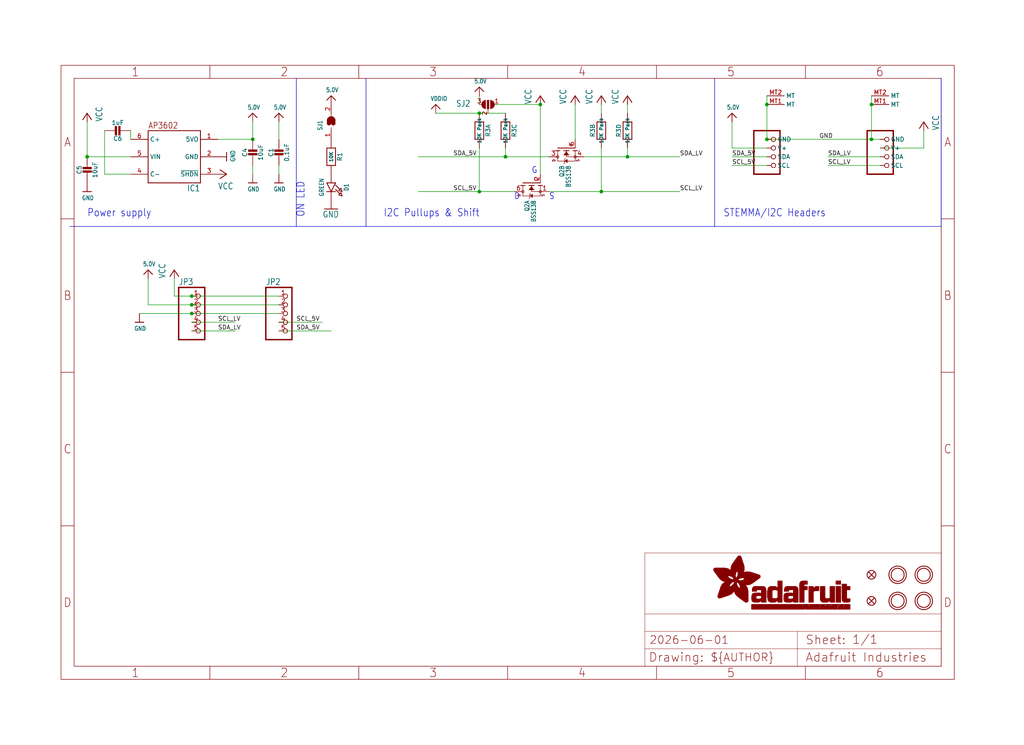
<source format=kicad_sch>
(kicad_sch (version 20230121) (generator eeschema)
  (paper "User" 298.45 217.322)
  (lib_symbols
    (symbol "working-eagle-import:5.0V" (power)
      (property "Value" "5.0V" (at -1.524 1.016 0))
      (symbol "5.0V_1_0"
        (pin power_in line (at 0 -2.54 90) (length 2.54) (name "5.0V") (number "1"))
      )
    )
    (symbol "working-eagle-import:AP3602"
      (property "Reference" "IC" (at -7.62 -10.16 0))
      (symbol "AP3602_1_0"
        (text "AP3602" (at 7.62 10.16 0) (effects (font (size 1.778 1.5113)) (justify right top)))
        (pin power_in line (at -12.7 5.08 0) (length 5.08) (name "5VO") (number "1"))
        (pin power_in line (at -12.7 0 0) (length 5.08) (name "GND") (number "2"))
        (pin input line (at -12.7 -5.08 0) (length 5.08) (name "~{SHDN}") (number "3"))
        (pin bidirectional line (at 12.7 -5.08 180) (length 5.08) (name "C-") (number "4"))
        (pin power_in line (at 12.7 0 180) (length 5.08) (name "VIN") (number "5"))
        (pin bidirectional line (at 12.7 5.08 180) (length 5.08) (name "C+") (number "6"))
      )
    )
    (symbol "working-eagle-import:CAP_CERAMIC0603_NO"
      (property "Reference" "C" (at -2.29 1.25 90))
      (symbol "CAP_CERAMIC0603_NO_1_0"
        (pin passive line (at 0 5.08 270) (length 2.54) (name "1") (number "1"))
        (pin passive line (at 0 -2.54 90) (length 2.54) (name "2") (number "2"))
      )
    )
    (symbol "working-eagle-import:CAP_CERAMIC0805-NOOUTLINE"
      (property "Reference" "C" (at -2.29 1.25 90))
      (symbol "CAP_CERAMIC0805-NOOUTLINE_1_0"
        (pin passive line (at 0 5.08 270) (length 2.54) (name "1") (number "1"))
        (pin passive line (at 0 -2.54 90) (length 2.54) (name "2") (number "2"))
      )
    )
    (symbol "working-eagle-import:FIDUCIAL_1MM")
    (symbol "working-eagle-import:FRAME_A4_ADAFRUIT"
      (symbol "FRAME_A4_ADAFRUIT_1_0"
        (text "${#}/${##}" (at 230.505 10.16 0) (effects (font (size 2.54 2.54)) (justify left bottom)))
        (text "${AUTHOR}" (at 189.23 5.08 0) (effects (font (size 2.286 2.286)) (justify left bottom)))
        (text "${CURRENT_DATE}" (at 171.45 10.16 0) (effects (font (size 2.286 2.286)) (justify left bottom)))
        (text "${PROJECTNAME}" (at 171.45 15.24 0) (effects (font (size 2.54 2.54)) (justify left bottom)))
        (text "1" (at 21.6958 1.905 0) (effects (font (size 2.54 2.286))))
        (text "1" (at 21.6958 177.165 0) (effects (font (size 2.54 2.286))))
        (text "2" (at 65.0875 1.905 0) (effects (font (size 2.54 2.286))))
        (text "2" (at 65.0875 177.165 0) (effects (font (size 2.54 2.286))))
        (text "3" (at 108.4792 1.905 0) (effects (font (size 2.54 2.286))))
        (text "3" (at 108.4792 177.165 0) (effects (font (size 2.54 2.286))))
        (text "4" (at 151.8708 1.905 0) (effects (font (size 2.54 2.286))))
        (text "4" (at 151.8708 177.165 0) (effects (font (size 2.54 2.286))))
        (text "5" (at 195.2625 1.905 0) (effects (font (size 2.54 2.286))))
        (text "5" (at 195.2625 177.165 0) (effects (font (size 2.54 2.286))))
        (text "6" (at 238.6542 1.905 0) (effects (font (size 2.54 2.286))))
        (text "6" (at 238.6542 177.165 0) (effects (font (size 2.54 2.286))))
        (text "A" (at 1.905 156.6863 0) (effects (font (size 2.54 2.286))))
        (text "A" (at 258.445 156.6863 0) (effects (font (size 2.54 2.286))))
        (text "Adafruit Industries" (at 216.916 4.953 0) (effects (font (size 2.54 2.54)) (justify left bottom)))
        (text "B" (at 1.905 111.9188 0) (effects (font (size 2.54 2.286))))
        (text "B" (at 258.445 111.9188 0) (effects (font (size 2.54 2.286))))
        (text "C" (at 1.905 67.1513 0) (effects (font (size 2.54 2.286))))
        (text "C" (at 258.445 67.1513 0) (effects (font (size 2.54 2.286))))
        (text "D" (at 1.905 22.3838 0) (effects (font (size 2.54 2.286))))
        (text "D" (at 258.445 22.3838 0) (effects (font (size 2.54 2.286))))
        (text "Drawing:" (at 171.196 4.953 0) (effects (font (size 2.54 2.54)) (justify left bottom)))
        (text "Sheet:" (at 216.916 10.033 0) (effects (font (size 2.54 2.54)) (justify left bottom)))
      )
    )
    (symbol "working-eagle-import:GND" (power)
      (property "Value" "GND" (at -1.524 -2.54 0))
      (symbol "GND_1_0"
        (pin power_in line (at 0 2.54 270) (length 2.54) (name "GND") (number "1"))
      )
    )
    (symbol "working-eagle-import:HEADER-1X576MIL"
      (property "Reference" "JP" (at -6.35 8.255 0))
      (symbol "HEADER-1X576MIL_1_0"
        (pin passive inverted (at -2.54 5.08 0) (length 2.54) (name "1") (number "1"))
        (pin passive inverted (at -2.54 2.54 0) (length 2.54) (name "2") (number "2"))
        (pin passive inverted (at -2.54 0 0) (length 2.54) (name "3") (number "3"))
        (pin passive inverted (at -2.54 -2.54 0) (length 2.54) (name "4") (number "4"))
        (pin passive inverted (at -2.54 -5.08 0) (length 2.54) (name "5") (number "5"))
      )
    )
    (symbol "working-eagle-import:LED0603_NOOUTLINE"
      (property "Reference" "D" (at -1.27 4.445 0))
      (symbol "LED0603_NOOUTLINE_1_0"
        (pin passive line (at -5.08 0 0) (length 2.54) (name "A") (number "A"))
        (pin passive line (at 2.54 0 180) (length 2.54) (name "C") (number "C"))
      )
    )
    (symbol "working-eagle-import:MOSFET-N_DUAL"
      (property "Reference" "Q" (at 5.08 0.635 0))
      (symbol "MOSFET-N_DUAL_1_0"
        (text "D" (at 3.175 3.175 0) (effects (font (size 0.8128 0.6908)) (justify left bottom)))
        (text "G" (at -1.27 -1.905 0) (effects (font (size 0.8128 0.6908)) (justify left bottom)))
        (text "S" (at 3.175 -3.81 0) (effects (font (size 0.8128 0.6908)) (justify left bottom)))
        (pin bidirectional line (at 2.54 -5.08 90) (length 2.54) (name "S") (number "1"))
        (pin bidirectional line (at -2.54 -2.54 0) (length 2.54) (name "G") (number "2"))
        (pin bidirectional line (at 2.54 5.08 270) (length 2.54) (name "D") (number "6"))
      )
      (symbol "MOSFET-N_DUAL_2_0"
        (text "D" (at 3.175 3.175 0) (effects (font (size 0.8128 0.6908)) (justify left bottom)))
        (text "G" (at -1.27 -1.905 0) (effects (font (size 0.8128 0.6908)) (justify left bottom)))
        (text "S" (at 3.175 -3.81 0) (effects (font (size 0.8128 0.6908)) (justify left bottom)))
        (pin bidirectional line (at 2.54 5.08 270) (length 2.54) (name "D") (number "3"))
        (pin bidirectional line (at 2.54 -5.08 90) (length 2.54) (name "S") (number "4"))
        (pin bidirectional line (at -2.54 -2.54 0) (length 2.54) (name "G") (number "5"))
      )
    )
    (symbol "working-eagle-import:MOUNTINGHOLE2.5")
    (symbol "working-eagle-import:RESISTOR_0603_NOOUT"
      (property "Reference" "R" (at 0 2.54 0))
      (symbol "RESISTOR_0603_NOOUT_1_0"
        (pin passive line (at -5.08 0 0) (length 2.54) (name "1") (number "1"))
        (pin passive line (at 5.08 0 180) (length 2.54) (name "2") (number "2"))
      )
    )
    (symbol "working-eagle-import:RESISTOR_4PACK"
      (property "Reference" "R" (at 0 2.54 0))
      (symbol "RESISTOR_4PACK_1_0"
        (pin passive line (at -5.08 0 0) (length 2.54) (name "1") (number "1"))
        (pin passive line (at 5.08 0 180) (length 2.54) (name "2") (number "8"))
      )
      (symbol "RESISTOR_4PACK_2_0"
        (pin passive line (at -5.08 0 0) (length 2.54) (name "1") (number "2"))
        (pin passive line (at 5.08 0 180) (length 2.54) (name "2") (number "7"))
      )
      (symbol "RESISTOR_4PACK_3_0"
        (pin passive line (at -5.08 0 0) (length 2.54) (name "1") (number "3"))
        (pin passive line (at 5.08 0 180) (length 2.54) (name "2") (number "6"))
      )
      (symbol "RESISTOR_4PACK_4_0"
        (pin passive line (at -5.08 0 0) (length 2.54) (name "1") (number "4"))
        (pin passive line (at 5.08 0 180) (length 2.54) (name "2") (number "5"))
      )
    )
    (symbol "working-eagle-import:SOLDERJUMPERCLOSED"
      (property "Reference" "SJ" (at -2.54 2.54 0))
      (symbol "SOLDERJUMPERCLOSED_1_0"
        (pin passive line (at -5.08 0 0) (length 2.54) (name "1") (number "1"))
        (pin passive line (at 5.08 0 180) (length 2.54) (name "2") (number "2"))
      )
    )
    (symbol "working-eagle-import:SOLDERJUMPER_2WAY"
      (property "Reference" "SJ" (at -5.08 -3.81 0))
      (symbol "SOLDERJUMPER_2WAY_1_0"
        (pin passive line (at -2.54 0 0) (length 0) (name "1") (number "1"))
        (pin passive line (at 0 2.54 270) (length 0) (name "2") (number "2"))
        (pin passive line (at 2.54 0 180) (length 0) (name "3") (number "3"))
      )
    )
    (symbol "working-eagle-import:STEMMA_I2C_QT"
      (symbol "STEMMA_I2C_QT_1_0"
        (pin passive inverted (at 0 5.08 0) (length 2.54) (name "GND") (number "1"))
        (pin passive inverted (at 0 2.54 0) (length 2.54) (name "V+") (number "2"))
        (pin passive inverted (at 0 0 0) (length 2.54) (name "SDA") (number "3"))
        (pin passive inverted (at 0 -2.54 0) (length 2.54) (name "SCL") (number "4"))
      )
      (symbol "STEMMA_I2C_QT_2_0"
        (pin bidirectional line (at 0 0 0) (length 5.08) (name "MT") (number "MT1"))
      )
      (symbol "STEMMA_I2C_QT_3_0"
        (pin bidirectional line (at 0 0 0) (length 5.08) (name "MT") (number "MT2"))
      )
    )
    (symbol "working-eagle-import:VCC" (power)
      (property "Value" "VCC" (at -2.54 -2.54 90))
      (symbol "VCC_1_0"
        (pin power_in line (at 0 -2.54 90) (length 2.54) (name "VCC") (number "1"))
      )
    )
    (symbol "working-eagle-import:VDDIO" (power)
      (property "Value" "VDDIO" (at -1.524 1.016 0))
      (symbol "VDDIO_1_0"
        (pin power_in line (at 0 -2.54 90) (length 2.54) (name "VDDIO") (number "1"))
      )
    )
    (symbol "working-eagle-import:supply1_GND" (power)
      (property "Value" "supply1_GND" (at -2.54 -2.54 0))
      (symbol "supply1_GND_1_0"
        (pin power_in line (at 0 2.54 270) (length 2.54) (name "GND") (number "1"))
      )
    )
  )
  (junction (at 175.26 55.88))
  (junction (at 223.52 40.64))
  (junction (at 254 40.64))
  (junction (at 55.88 91.44))
  (junction (at 55.88 88.9))
  (junction (at 182.88 45.72))
  (junction (at 254 30.48))
  (junction (at 147.32 45.72))
  (junction (at 139.7 55.88))
  (junction (at 25.4 45.72))
  (junction (at 223.52 30.48))
  (junction (at 73.66 40.64))
  (junction (at 157.48 30.48))
  (junction (at 55.88 86.36))
  (junction (at 139.7 33.02))
  (wire (pts (xy 213.36 43.18) (xy 213.36 35.56)) (stroke (width 0.1524)))
  (wire (pts (xy 213.36 48.26) (xy 223.52 48.26)) (stroke (width 0.1524)))
  (polyline (pts (xy 208.28 22.86) (xy 208.28 66.04)) (stroke (width 0.1524) (type solid)))
  (wire (pts (xy 241.3 48.26) (xy 256.54 48.26)) (stroke (width 0.1524)))
  (polyline (pts (xy 208.28 66.04) (xy 274.32 66.04)) (stroke (width 0.1524) (type solid)))
  (wire (pts (xy 55.88 91.44) (xy 40.64 91.44)) (stroke (width 0.1524)))
  (wire (pts (xy 139.7 33.02) (xy 147.32 33.02)) (stroke (width 0.1524)))
  (wire (pts (xy 160.02 45.72) (xy 147.32 45.72)) (stroke (width 0.1524)))
  (wire (pts (xy 30.48 50.8) (xy 30.48 38.1)) (stroke (width 0.1524)))
  (polyline (pts (xy 20.32 66.04) (xy 86.36 66.04)) (stroke (width 0.1524) (type solid)))
  (wire (pts (xy 55.88 88.9) (xy 81.28 88.9)) (stroke (width 0.1524)))
  (polyline (pts (xy 86.36 66.04) (xy 106.68 66.04)) (stroke (width 0.1524) (type solid)))
  (wire (pts (xy 254 40.64) (xy 223.52 40.64)) (stroke (width 0.1524)))
  (wire (pts (xy 55.88 86.36) (xy 50.8 86.36)) (stroke (width 0.1524)))
  (wire (pts (xy 170.18 45.72) (xy 182.88 45.72)) (stroke (width 0.1524)))
  (wire (pts (xy 175.26 43.18) (xy 175.26 55.88)) (stroke (width 0.1524)))
  (wire (pts (xy 38.1 40.64) (xy 38.1 38.1)) (stroke (width 0.1524)))
  (wire (pts (xy 256.54 40.64) (xy 254 40.64)) (stroke (width 0.1524)))
  (wire (pts (xy 157.48 50.8) (xy 157.48 30.48)) (stroke (width 0.1524)))
  (wire (pts (xy 139.7 27.94) (xy 139.7 30.48)) (stroke (width 0.1524)))
  (wire (pts (xy 73.66 48.26) (xy 73.66 50.8)) (stroke (width 0.1524)))
  (wire (pts (xy 50.8 86.36) (xy 50.8 81.28)) (stroke (width 0.1524)))
  (polyline (pts (xy 274.32 22.86) (xy 274.32 66.04)) (stroke (width 0.1524) (type solid)))
  (wire (pts (xy 55.88 91.44) (xy 81.28 91.44)) (stroke (width 0.1524)))
  (wire (pts (xy 55.88 88.9) (xy 43.18 88.9)) (stroke (width 0.1524)))
  (wire (pts (xy 160.02 55.88) (xy 175.26 55.88)) (stroke (width 0.1524)))
  (wire (pts (xy 223.52 43.18) (xy 213.36 43.18)) (stroke (width 0.1524)))
  (polyline (pts (xy 86.36 22.86) (xy 86.36 66.04)) (stroke (width 0.1524) (type solid)))
  (wire (pts (xy 175.26 55.88) (xy 198.12 55.88)) (stroke (width 0.1524)))
  (wire (pts (xy 139.7 33.02) (xy 127 33.02)) (stroke (width 0.1524)))
  (wire (pts (xy 68.58 96.52) (xy 55.88 96.52)) (stroke (width 0.1524)))
  (wire (pts (xy 63.5 40.64) (xy 73.66 40.64)) (stroke (width 0.1524)))
  (wire (pts (xy 81.28 48.26) (xy 81.28 50.8)) (stroke (width 0.1524)))
  (wire (pts (xy 256.54 45.72) (xy 241.3 45.72)) (stroke (width 0.1524)))
  (wire (pts (xy 223.52 45.72) (xy 213.36 45.72)) (stroke (width 0.1524)))
  (wire (pts (xy 182.88 33.02) (xy 182.88 30.48)) (stroke (width 0.1524)))
  (wire (pts (xy 269.24 43.18) (xy 269.24 38.1)) (stroke (width 0.1524)))
  (wire (pts (xy 254 30.48) (xy 254 40.64)) (stroke (width 0.1524)))
  (wire (pts (xy 81.28 93.98) (xy 93.98 93.98)) (stroke (width 0.1524)))
  (polyline (pts (xy 106.68 66.04) (xy 208.28 66.04)) (stroke (width 0.1524) (type solid)))
  (wire (pts (xy 254 27.94) (xy 254 30.48)) (stroke (width 0.1524)))
  (wire (pts (xy 144.78 30.48) (xy 157.48 30.48)) (stroke (width 0.1524)))
  (wire (pts (xy 25.4 45.72) (xy 25.4 35.56)) (stroke (width 0.1524)))
  (wire (pts (xy 182.88 45.72) (xy 198.12 45.72)) (stroke (width 0.1524)))
  (wire (pts (xy 223.52 27.94) (xy 223.52 30.48)) (stroke (width 0.1524)))
  (wire (pts (xy 223.52 30.48) (xy 223.52 40.64)) (stroke (width 0.1524)))
  (wire (pts (xy 139.7 43.18) (xy 139.7 55.88)) (stroke (width 0.1524)))
  (wire (pts (xy 139.7 55.88) (xy 121.92 55.88)) (stroke (width 0.1524)))
  (wire (pts (xy 147.32 43.18) (xy 147.32 45.72)) (stroke (width 0.1524)))
  (wire (pts (xy 149.86 55.88) (xy 139.7 55.88)) (stroke (width 0.1524)))
  (wire (pts (xy 43.18 88.9) (xy 43.18 81.28)) (stroke (width 0.1524)))
  (wire (pts (xy 147.32 45.72) (xy 121.92 45.72)) (stroke (width 0.1524)))
  (wire (pts (xy 81.28 96.52) (xy 96.52 96.52)) (stroke (width 0.1524)))
  (wire (pts (xy 55.88 93.98) (xy 68.58 93.98)) (stroke (width 0.1524)))
  (wire (pts (xy 55.88 86.36) (xy 81.28 86.36)) (stroke (width 0.1524)))
  (wire (pts (xy 175.26 33.02) (xy 175.26 30.48)) (stroke (width 0.1524)))
  (polyline (pts (xy 106.68 22.86) (xy 106.68 66.04)) (stroke (width 0.1524) (type solid)))
  (wire (pts (xy 38.1 45.72) (xy 25.4 45.72)) (stroke (width 0.1524)))
  (wire (pts (xy 38.1 50.8) (xy 30.48 50.8)) (stroke (width 0.1524)))
  (wire (pts (xy 167.64 40.64) (xy 167.64 30.48)) (stroke (width 0.1524)))
  (wire (pts (xy 182.88 43.18) (xy 182.88 45.72)) (stroke (width 0.1524)))
  (wire (pts (xy 73.66 40.64) (xy 73.66 35.56)) (stroke (width 0.1524)))
  (wire (pts (xy 81.28 35.56) (xy 81.28 40.64)) (stroke (width 0.1524)))
  (wire (pts (xy 256.54 43.18) (xy 269.24 43.18)) (stroke (width 0.1524)))
  (text "STEMMA/I2C Headers" (at 210.82 63.5 0) (effects (font (size 2.1844 1.8567)) (justify left bottom)))
  (text "S" (at 160.02 58.42 0) (effects (font (size 1.778 1.5113)) (justify left bottom)))
  (text "ON LED" (at 88.9 63.5 90) (effects (font (size 2.1844 1.8567)) (justify left bottom)))
  (text "D" (at 149.86 58.42 0) (effects (font (size 1.778 1.5113)) (justify left bottom)))
  (text "Power supply" (at 25.4 63.5 0) (effects (font (size 2.1844 1.8567)) (justify left bottom)))
  (text "G" (at 154.94 50.8 0) (effects (font (size 1.778 1.5113)) (justify left bottom)))
  (text "I2C Pullups & Shift" (at 111.76 63.5 0) (effects (font (size 2.1844 1.8567)) (justify left bottom)))
  (label "SCL_LV" (at 198.12 55.88 0) (effects (font (size 1.2446 1.2446))))
  (label "SDA_5V" (at 86.36 96.52 0) (effects (font (size 1.2446 1.2446))))
  (label "SCL_5V" (at 132.08 55.88 0) (effects (font (size 1.2446 1.2446))))
  (label "SCL_LV" (at 241.3 48.26 0) (effects (font (size 1.2446 1.2446))))
  (label "SDA_5V" (at 132.08 45.72 0) (effects (font (size 1.2446 1.2446))))
  (label "GND" (at 238.76 40.64 0) (effects (font (size 1.2446 1.2446))))
  (label "SDA_LV" (at 241.3 45.72 0) (effects (font (size 1.2446 1.2446))))
  (label "SDA_LV" (at 198.12 45.72 0) (effects (font (size 1.2446 1.2446))))
  (label "SCL_5V" (at 213.36 48.26 0) (effects (font (size 1.2446 1.2446))))
  (label "SDA_5V" (at 213.36 45.72 0) (effects (font (size 1.2446 1.2446))))
  (label "SCL_LV" (at 63.5 93.98 0) (effects (font (size 1.2446 1.2446))))
  (label "SCL_5V" (at 86.36 93.98 0) (effects (font (size 1.2446 1.2446))))
  (label "SDA_LV" (at 63.5 96.52 0) (effects (font (size 1.2446 1.2446))))
  (symbol (lib_id "working-eagle-import:VCC") (at 50.8 78.74 0) (unit 1)
    (property "Reference" "#P+4" (effects hide))
    (property "Value" "VCC" (at 48.26 81.28 90) (effects (font (size 1.778 1.5113)) (justify left bottom)))
  )
  (symbol (lib_id "working-eagle-import:HEADER-1X576MIL") (at 58.42 91.44 0) (unit 1)
    (property "Reference" "JP3" (at 52.07 83.185 0) (effects (font (size 1.778 1.5113)) (justify left bottom)))
    (property "Value" "HEADER-1X576MIL" (effects hide))
    (property "Footprint" "working:1X05_ROUND_76" (effects hide))
  )
  (symbol (lib_id "working-eagle-import:LED0603_NOOUTLINE") (at 96.52 55.88 270) (unit 1)
    (property "Reference" "D1" (at 100.965 54.61 0) (effects (font (size 1.27 1.0795))))
    (property "Value" "GREEN" (at 93.726 54.61 0) (effects (font (size 1.27 1.0795))))
    (property "Footprint" "working:CHIPLED_0603_NOOUTLINE" (effects hide))
  )
  (symbol (lib_id "working-eagle-import:FRAME_A4_ADAFRUIT") (at 17.78 198.12 0) (unit 1)
    (property "Reference" "#U$18" (effects hide))
    (property "Value" "FRAME_A4_ADAFRUIT" (effects hide))
  )
  (symbol (lib_id "working-eagle-import:HEADER-1X576MIL") (at 83.82 91.44 0) (unit 1)
    (property "Reference" "JP2" (at 77.47 83.185 0) (effects (font (size 1.778 1.5113)) (justify left bottom)))
    (property "Value" "HEADER-1X576MIL" (effects hide))
    (property "Footprint" "working:1X05_ROUND_76" (effects hide))
  )
  (symbol (lib_id "working-eagle-import:VCC") (at 66.04 50.8 270) (mirror x) (unit 1)
    (property "Reference" "#P+3" (effects hide))
    (property "Value" "VCC" (at 63.5 53.34 90) (effects (font (size 1.778 1.5113)) (justify left bottom)))
  )
  (symbol (lib_id "working-eagle-import:5.0V") (at 139.7 25.4 0) (unit 1)
    (property "Reference" "#U$7" (effects hide))
    (property "Value" "5.0V" (at 138.176 24.384 0) (effects (font (size 1.27 1.0795)) (justify left bottom)))
  )
  (symbol (lib_id "working-eagle-import:CAP_CERAMIC0805-NOOUTLINE") (at 73.66 45.72 0) (unit 1)
    (property "Reference" "C4" (at 71.37 44.47 90))
    (property "Value" "10uF" (at 75.96 44.47 90))
    (property "Footprint" "working:0805-NO" (effects hide))
  )
  (symbol (lib_id "working-eagle-import:MOUNTINGHOLE2.5") (at 269.24 175.26 0) (unit 1)
    (property "Reference" "U$21" (effects hide))
    (property "Value" "MOUNTINGHOLE2.5" (effects hide))
    (property "Footprint" "working:MOUNTINGHOLE_2.5_PLATED" (effects hide))
  )
  (symbol (lib_id "working-eagle-import:5.0V") (at 213.36 33.02 0) (unit 1)
    (property "Reference" "#U$4" (effects hide))
    (property "Value" "5.0V" (at 211.836 32.004 0) (effects (font (size 1.27 1.0795)) (justify left bottom)))
  )
  (symbol (lib_id "working-eagle-import:RESISTOR_4PACK") (at 147.32 38.1 270) (unit 3)
    (property "Reference" "R3" (at 149.86 38.1 0))
    (property "Value" "10K Pack" (at 147.32 38.1 0) (effects (font (size 1.016 1.016) bold)))
    (property "Footprint" "working:RESPACK_4X0603" (effects hide))
  )
  (symbol (lib_id "working-eagle-import:VCC") (at 175.26 27.94 0) (unit 1)
    (property "Reference" "#P+9" (effects hide))
    (property "Value" "VCC" (at 172.72 30.48 90) (effects (font (size 1.778 1.5113)) (justify left bottom)))
  )
  (symbol (lib_id "working-eagle-import:RESISTOR_4PACK") (at 175.26 38.1 90) (mirror x) (unit 2)
    (property "Reference" "R3" (at 172.72 38.1 0))
    (property "Value" "10K Pack" (at 175.26 38.1 0) (effects (font (size 1.016 1.016) bold)))
    (property "Footprint" "working:RESPACK_4X0603" (effects hide))
  )
  (symbol (lib_id "working-eagle-import:MOUNTINGHOLE2.5") (at 261.62 175.26 0) (unit 1)
    (property "Reference" "U$1" (effects hide))
    (property "Value" "MOUNTINGHOLE2.5" (effects hide))
    (property "Footprint" "working:MOUNTINGHOLE_2.5_PLATED" (effects hide))
  )
  (symbol (lib_id "working-eagle-import:MOSFET-N_DUAL") (at 154.94 53.34 90) (mirror x) (unit 1)
    (property "Reference" "Q2" (at 154.305 58.42 0) (effects (font (size 1.27 1.0795)) (justify left bottom)))
    (property "Value" "BSS138" (at 156.21 58.42 0) (effects (font (size 1.27 1.0795)) (justify left bottom)))
    (property "Footprint" "working:SOT363" (effects hide))
  )
  (symbol (lib_id "working-eagle-import:AP3602") (at 50.8 45.72 0) (mirror y) (unit 1)
    (property "Reference" "IC1" (at 58.42 55.88 0) (effects (font (size 1.778 1.5113)) (justify left bottom)))
    (property "Value" "AP3602" (effects hide))
    (property "Footprint" "working:SOT23-6" (effects hide))
  )
  (symbol (lib_id "working-eagle-import:GND") (at 40.64 93.98 0) (unit 1)
    (property "Reference" "#U$10" (effects hide))
    (property "Value" "GND" (at 39.116 96.52 0) (effects (font (size 1.27 1.0795)) (justify left bottom)))
  )
  (symbol (lib_id "working-eagle-import:FIDUCIAL_1MM") (at 254 175.26 0) (unit 1)
    (property "Reference" "FID3" (effects hide))
    (property "Value" "FIDUCIAL_1MM" (effects hide))
    (property "Footprint" "working:FIDUCIAL_1MM" (effects hide))
  )
  (symbol (lib_id "working-eagle-import:MOSFET-N_DUAL") (at 165.1 43.18 90) (mirror x) (unit 2)
    (property "Reference" "Q2" (at 164.465 48.26 0) (effects (font (size 1.27 1.0795)) (justify left bottom)))
    (property "Value" "BSS138" (at 166.37 48.26 0) (effects (font (size 1.27 1.0795)) (justify left bottom)))
    (property "Footprint" "working:SOT363" (effects hide))
  )
  (symbol (lib_id "working-eagle-import:RESISTOR_4PACK") (at 182.88 38.1 90) (mirror x) (unit 4)
    (property "Reference" "R3" (at 180.34 38.1 0))
    (property "Value" "10K Pack" (at 182.88 38.1 0) (effects (font (size 1.016 1.016) bold)))
    (property "Footprint" "working:RESPACK_4X0603" (effects hide))
  )
  (symbol (lib_id "working-eagle-import:5.0V") (at 43.18 78.74 0) (unit 1)
    (property "Reference" "#U$13" (effects hide))
    (property "Value" "5.0V" (at 41.656 77.724 0) (effects (font (size 1.27 1.0795)) (justify left bottom)))
  )
  (symbol (lib_id "working-eagle-import:CAP_CERAMIC0603_NO") (at 81.28 45.72 0) (unit 1)
    (property "Reference" "C1" (at 78.99 44.47 90))
    (property "Value" "0.1uF" (at 83.58 44.47 90))
    (property "Footprint" "working:0603-NO" (effects hide))
  )
  (symbol (lib_id "working-eagle-import:VCC") (at 182.88 27.94 0) (unit 1)
    (property "Reference" "#P+10" (effects hide))
    (property "Value" "VCC" (at 180.34 30.48 90) (effects (font (size 1.778 1.5113)) (justify left bottom)))
  )
  (symbol (lib_id "working-eagle-import:GND") (at 81.28 53.34 0) (unit 1)
    (property "Reference" "#U$6" (effects hide))
    (property "Value" "GND" (at 79.756 55.88 0) (effects (font (size 1.27 1.0795)) (justify left bottom)))
  )
  (symbol (lib_id "working-eagle-import:5.0V") (at 96.52 27.94 0) (unit 1)
    (property "Reference" "#U$3" (effects hide))
    (property "Value" "5.0V" (at 94.996 26.924 0) (effects (font (size 1.27 1.0795)) (justify left bottom)))
  )
  (symbol (lib_id "working-eagle-import:VCC") (at 167.64 27.94 0) (unit 1)
    (property "Reference" "#P+8" (effects hide))
    (property "Value" "VCC" (at 165.1 30.48 90) (effects (font (size 1.778 1.5113)) (justify left bottom)))
  )
  (symbol (lib_id "working-eagle-import:CAP_CERAMIC0805-NOOUTLINE") (at 35.56 38.1 90) (unit 1)
    (property "Reference" "C6" (at 34.31 40.39 90))
    (property "Value" "1uF" (at 34.31 35.8 90))
    (property "Footprint" "working:0805-NO" (effects hide))
  )
  (symbol (lib_id "working-eagle-import:STEMMA_I2C_QT") (at 256.54 45.72 0) (unit 1)
    (property "Reference" "CONN4" (effects hide))
    (property "Value" "STEMMA_I2C_QT" (effects hide))
    (property "Footprint" "working:JST_SH4" (effects hide))
  )
  (symbol (lib_id "working-eagle-import:SOLDERJUMPER_2WAY") (at 142.24 30.48 180) (unit 1)
    (property "Reference" "SJ2" (at 137.16 29.21 0) (effects (font (size 1.778 1.5113)) (justify left bottom)))
    (property "Value" "SOLDERJUMPER_2WAY" (effects hide))
    (property "Footprint" "working:SOLDERJUMPER_2WAY_OPEN_NOPASTE" (effects hide))
  )
  (symbol (lib_id "working-eagle-import:GND") (at 25.4 55.88 0) (unit 1)
    (property "Reference" "#U$9" (effects hide))
    (property "Value" "GND" (at 23.876 58.42 0) (effects (font (size 1.27 1.0795)) (justify left bottom)))
  )
  (symbol (lib_id "working-eagle-import:5.0V") (at 81.28 33.02 0) (unit 1)
    (property "Reference" "#U$5" (effects hide))
    (property "Value" "5.0V" (at 79.756 32.004 0) (effects (font (size 1.27 1.0795)) (justify left bottom)))
  )
  (symbol (lib_id "working-eagle-import:STEMMA_I2C_QT") (at 254 27.94 0) (unit 3)
    (property "Reference" "CONN4" (effects hide))
    (property "Value" "STEMMA_I2C_QT" (effects hide))
    (property "Footprint" "working:JST_SH4" (effects hide))
  )
  (symbol (lib_id "working-eagle-import:GND") (at 73.66 53.34 0) (unit 1)
    (property "Reference" "#U$8" (effects hide))
    (property "Value" "GND" (at 72.136 55.88 0) (effects (font (size 1.27 1.0795)) (justify left bottom)))
  )
  (symbol (lib_id "working-eagle-import:STEMMA_I2C_QT") (at 223.52 30.48 0) (unit 2)
    (property "Reference" "CONN3" (effects hide))
    (property "Value" "STEMMA_I2C_QT" (effects hide))
    (property "Footprint" "working:JST_SH4" (effects hide))
  )
  (symbol (lib_id "working-eagle-import:STEMMA_I2C_QT") (at 254 30.48 0) (unit 2)
    (property "Reference" "CONN4" (effects hide))
    (property "Value" "STEMMA_I2C_QT" (effects hide))
    (property "Footprint" "working:JST_SH4" (effects hide))
  )
  (symbol (lib_id "working-eagle-import:5.0V") (at 73.66 33.02 0) (unit 1)
    (property "Reference" "#U$11" (effects hide))
    (property "Value" "5.0V" (at 72.136 32.004 0) (effects (font (size 1.27 1.0795)) (justify left bottom)))
  )
  (symbol (lib_id "working-eagle-import:STEMMA_I2C_QT") (at 223.52 45.72 0) (unit 1)
    (property "Reference" "CONN3" (effects hide))
    (property "Value" "STEMMA_I2C_QT" (effects hide))
    (property "Footprint" "working:JST_SH4" (effects hide))
  )
  (symbol (lib_id "working-eagle-import:FIDUCIAL_1MM") (at 254 167.64 0) (unit 1)
    (property "Reference" "FID4" (effects hide))
    (property "Value" "FIDUCIAL_1MM" (effects hide))
    (property "Footprint" "working:FIDUCIAL_1MM" (effects hide))
  )
  (symbol (lib_id "working-eagle-import:GND") (at 66.04 45.72 90) (unit 1)
    (property "Reference" "#U$20" (effects hide))
    (property "Value" "GND" (at 68.58 47.244 0) (effects (font (size 1.27 1.0795)) (justify left bottom)))
  )
  (symbol (lib_id "working-eagle-import:RESISTOR_0603_NOOUT") (at 96.52 45.72 270) (unit 1)
    (property "Reference" "R1" (at 99.06 45.72 0))
    (property "Value" "10K" (at 96.52 45.72 0) (effects (font (size 1.016 1.016) bold)))
    (property "Footprint" "working:0603-NO" (effects hide))
  )
  (symbol (lib_id "working-eagle-import:VCC") (at 25.4 33.02 0) (mirror y) (unit 1)
    (property "Reference" "#P+6" (effects hide))
    (property "Value" "VCC" (at 27.94 35.56 90) (effects (font (size 1.778 1.5113)) (justify left bottom)))
  )
  (symbol (lib_id "working-eagle-import:CAP_CERAMIC0805-NOOUTLINE") (at 25.4 50.8 0) (unit 1)
    (property "Reference" "C5" (at 23.11 49.55 90))
    (property "Value" "10uF" (at 27.7 49.55 90))
    (property "Footprint" "working:0805-NO" (effects hide))
  )
  (symbol (lib_id "working-eagle-import:VCC") (at 269.24 35.56 0) (mirror y) (unit 1)
    (property "Reference" "#P+1" (effects hide))
    (property "Value" "VCC" (at 271.78 38.1 90) (effects (font (size 1.778 1.5113)) (justify left bottom)))
  )
  (symbol (lib_id "working-eagle-import:supply1_GND") (at 96.52 60.96 0) (unit 1)
    (property "Reference" "#GND6" (effects hide))
    (property "Value" "GND" (at 93.98 63.5 0) (effects (font (size 1.778 1.5113)) (justify left bottom)))
  )
  (symbol (lib_id "working-eagle-import:RESISTOR_4PACK") (at 139.7 38.1 270) (unit 1)
    (property "Reference" "R3" (at 142.24 38.1 0))
    (property "Value" "10K Pack" (at 139.7 38.1 0) (effects (font (size 1.016 1.016) bold)))
    (property "Footprint" "working:RESPACK_4X0603" (effects hide))
  )
  (symbol (lib_id "working-eagle-import:MOUNTINGHOLE2.5") (at 269.24 167.64 0) (unit 1)
    (property "Reference" "U$19" (effects hide))
    (property "Value" "MOUNTINGHOLE2.5" (effects hide))
    (property "Footprint" "working:MOUNTINGHOLE_2.5_PLATED" (effects hide))
  )
  (symbol (lib_id "working-eagle-import:VCC") (at 157.48 27.94 0) (unit 1)
    (property "Reference" "#P+7" (effects hide))
    (property "Value" "VCC" (at 154.94 30.48 90) (effects (font (size 1.778 1.5113)) (justify left bottom)))
  )
  (symbol (lib_id "working-eagle-import:STEMMA_I2C_QT") (at 223.52 27.94 0) (unit 3)
    (property "Reference" "CONN3" (effects hide))
    (property "Value" "STEMMA_I2C_QT" (effects hide))
    (property "Footprint" "working:JST_SH4" (effects hide))
  )
  (symbol (lib_id "working-eagle-import:SOLDERJUMPERCLOSED") (at 96.52 35.56 90) (unit 1)
    (property "Reference" "SJ1" (at 93.98 38.1 0) (effects (font (size 1.27 1.0795)) (justify left bottom)))
    (property "Value" "SOLDERJUMPERCLOSED" (effects hide))
    (property "Footprint" "working:SOLDERJUMPER_CLOSEDWIRE" (effects hide))
  )
  (symbol (lib_id "working-eagle-import:MOUNTINGHOLE2.5") (at 261.62 167.64 0) (unit 1)
    (property "Reference" "U$17" (effects hide))
    (property "Value" "MOUNTINGHOLE2.5" (effects hide))
    (property "Footprint" "working:MOUNTINGHOLE_2.5_PLATED" (effects hide))
  )
  (symbol (lib_id "working-eagle-import:VDDIO") (at 127 30.48 0) (unit 1)
    (property "Reference" "#U$12" (effects hide))
    (property "Value" "VDDIO" (at 125.476 29.464 0) (effects (font (size 1.27 1.0795)) (justify left bottom)))
  )
)
</source>
